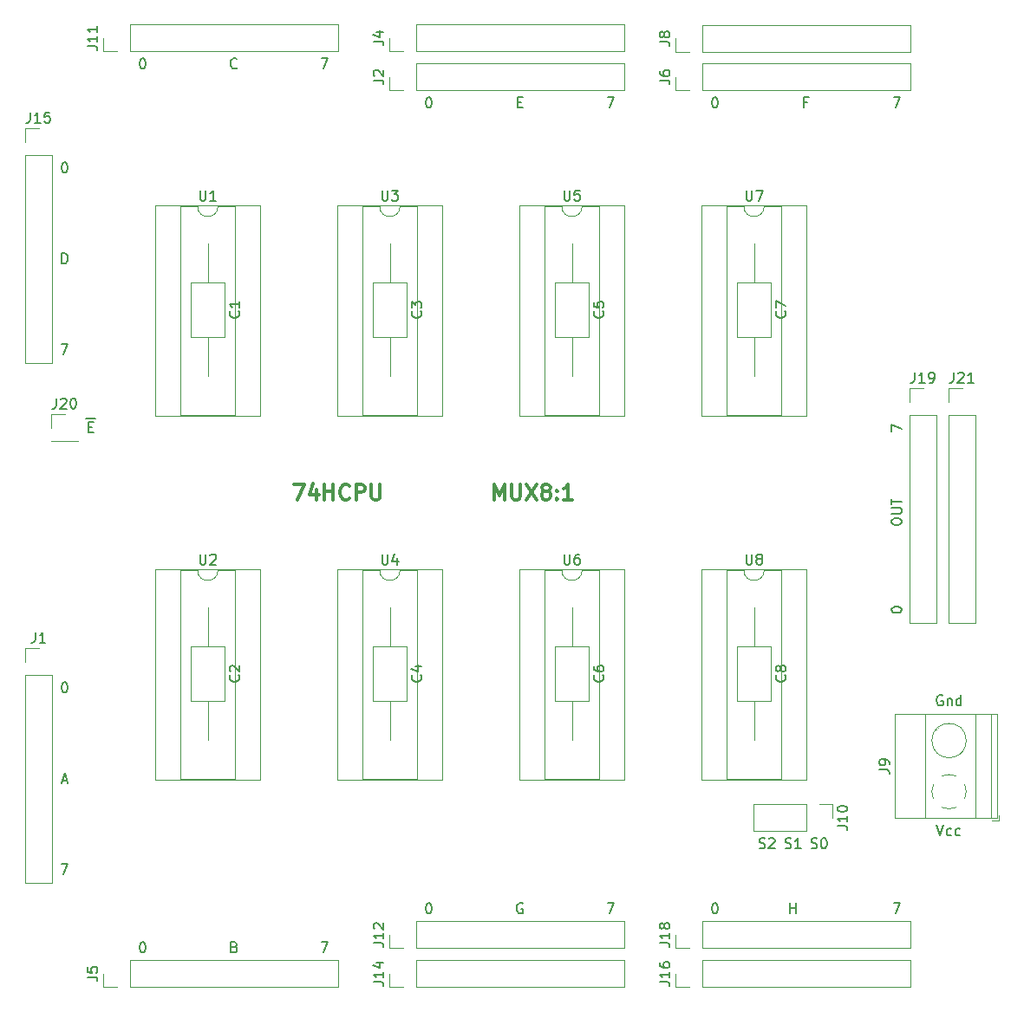
<source format=gbr>
%TF.GenerationSoftware,KiCad,Pcbnew,(5.1.8)-1*%
%TF.CreationDate,2022-12-02T00:18:40+03:00*%
%TF.ProjectId,MUX8x1-v4,4d555838-7831-42d7-9634-2e6b69636164,rev?*%
%TF.SameCoordinates,Original*%
%TF.FileFunction,Legend,Top*%
%TF.FilePolarity,Positive*%
%FSLAX46Y46*%
G04 Gerber Fmt 4.6, Leading zero omitted, Abs format (unit mm)*
G04 Created by KiCad (PCBNEW (5.1.8)-1) date 2022-12-02 00:18:40*
%MOMM*%
%LPD*%
G01*
G04 APERTURE LIST*
%ADD10C,0.150000*%
%ADD11C,0.300000*%
%ADD12C,0.120000*%
G04 APERTURE END LIST*
D10*
X32567619Y-72745000D02*
X33472380Y-72745000D01*
X32805714Y-73588571D02*
X33139047Y-73588571D01*
X33281904Y-74112380D02*
X32805714Y-74112380D01*
X32805714Y-73112380D01*
X33281904Y-73112380D01*
X103012857Y-41838571D02*
X102679523Y-41838571D01*
X102679523Y-42362380D02*
X102679523Y-41362380D01*
X103155714Y-41362380D01*
X74715714Y-41838571D02*
X75049047Y-41838571D01*
X75191904Y-42362380D02*
X74715714Y-42362380D01*
X74715714Y-41362380D01*
X75191904Y-41362380D01*
X47299523Y-38457142D02*
X47251904Y-38504761D01*
X47109047Y-38552380D01*
X47013809Y-38552380D01*
X46870952Y-38504761D01*
X46775714Y-38409523D01*
X46728095Y-38314285D01*
X46680476Y-38123809D01*
X46680476Y-37980952D01*
X46728095Y-37790476D01*
X46775714Y-37695238D01*
X46870952Y-37600000D01*
X47013809Y-37552380D01*
X47109047Y-37552380D01*
X47251904Y-37600000D01*
X47299523Y-37647619D01*
D11*
X72414285Y-80688571D02*
X72414285Y-79188571D01*
X72914285Y-80260000D01*
X73414285Y-79188571D01*
X73414285Y-80688571D01*
X74128571Y-79188571D02*
X74128571Y-80402857D01*
X74200000Y-80545714D01*
X74271428Y-80617142D01*
X74414285Y-80688571D01*
X74700000Y-80688571D01*
X74842857Y-80617142D01*
X74914285Y-80545714D01*
X74985714Y-80402857D01*
X74985714Y-79188571D01*
X75557142Y-79188571D02*
X76557142Y-80688571D01*
X76557142Y-79188571D02*
X75557142Y-80688571D01*
X77342857Y-79831428D02*
X77200000Y-79760000D01*
X77128571Y-79688571D01*
X77057142Y-79545714D01*
X77057142Y-79474285D01*
X77128571Y-79331428D01*
X77200000Y-79260000D01*
X77342857Y-79188571D01*
X77628571Y-79188571D01*
X77771428Y-79260000D01*
X77842857Y-79331428D01*
X77914285Y-79474285D01*
X77914285Y-79545714D01*
X77842857Y-79688571D01*
X77771428Y-79760000D01*
X77628571Y-79831428D01*
X77342857Y-79831428D01*
X77200000Y-79902857D01*
X77128571Y-79974285D01*
X77057142Y-80117142D01*
X77057142Y-80402857D01*
X77128571Y-80545714D01*
X77200000Y-80617142D01*
X77342857Y-80688571D01*
X77628571Y-80688571D01*
X77771428Y-80617142D01*
X77842857Y-80545714D01*
X77914285Y-80402857D01*
X77914285Y-80117142D01*
X77842857Y-79974285D01*
X77771428Y-79902857D01*
X77628571Y-79831428D01*
X78557142Y-80545714D02*
X78628571Y-80617142D01*
X78557142Y-80688571D01*
X78485714Y-80617142D01*
X78557142Y-80545714D01*
X78557142Y-80688571D01*
X78557142Y-79760000D02*
X78628571Y-79831428D01*
X78557142Y-79902857D01*
X78485714Y-79831428D01*
X78557142Y-79760000D01*
X78557142Y-79902857D01*
X80057142Y-80688571D02*
X79200000Y-80688571D01*
X79628571Y-80688571D02*
X79628571Y-79188571D01*
X79485714Y-79402857D01*
X79342857Y-79545714D01*
X79200000Y-79617142D01*
X52864285Y-79188571D02*
X53864285Y-79188571D01*
X53221428Y-80688571D01*
X55078571Y-79688571D02*
X55078571Y-80688571D01*
X54721428Y-79117142D02*
X54364285Y-80188571D01*
X55292857Y-80188571D01*
X55864285Y-80688571D02*
X55864285Y-79188571D01*
X55864285Y-79902857D02*
X56721428Y-79902857D01*
X56721428Y-80688571D02*
X56721428Y-79188571D01*
X58292857Y-80545714D02*
X58221428Y-80617142D01*
X58007142Y-80688571D01*
X57864285Y-80688571D01*
X57650000Y-80617142D01*
X57507142Y-80474285D01*
X57435714Y-80331428D01*
X57364285Y-80045714D01*
X57364285Y-79831428D01*
X57435714Y-79545714D01*
X57507142Y-79402857D01*
X57650000Y-79260000D01*
X57864285Y-79188571D01*
X58007142Y-79188571D01*
X58221428Y-79260000D01*
X58292857Y-79331428D01*
X58935714Y-80688571D02*
X58935714Y-79188571D01*
X59507142Y-79188571D01*
X59650000Y-79260000D01*
X59721428Y-79331428D01*
X59792857Y-79474285D01*
X59792857Y-79688571D01*
X59721428Y-79831428D01*
X59650000Y-79902857D01*
X59507142Y-79974285D01*
X58935714Y-79974285D01*
X60435714Y-79188571D02*
X60435714Y-80402857D01*
X60507142Y-80545714D01*
X60578571Y-80617142D01*
X60721428Y-80688571D01*
X61007142Y-80688571D01*
X61150000Y-80617142D01*
X61221428Y-80545714D01*
X61292857Y-80402857D01*
X61292857Y-79188571D01*
D10*
X30218095Y-57602380D02*
X30218095Y-56602380D01*
X30456190Y-56602380D01*
X30599047Y-56650000D01*
X30694285Y-56745238D01*
X30741904Y-56840476D01*
X30789523Y-57030952D01*
X30789523Y-57173809D01*
X30741904Y-57364285D01*
X30694285Y-57459523D01*
X30599047Y-57554761D01*
X30456190Y-57602380D01*
X30218095Y-57602380D01*
X30241904Y-108116666D02*
X30718095Y-108116666D01*
X30146666Y-108402380D02*
X30480000Y-107402380D01*
X30813333Y-108402380D01*
X75191904Y-120150000D02*
X75096666Y-120102380D01*
X74953809Y-120102380D01*
X74810952Y-120150000D01*
X74715714Y-120245238D01*
X74668095Y-120340476D01*
X74620476Y-120530952D01*
X74620476Y-120673809D01*
X74668095Y-120864285D01*
X74715714Y-120959523D01*
X74810952Y-121054761D01*
X74953809Y-121102380D01*
X75049047Y-121102380D01*
X75191904Y-121054761D01*
X75239523Y-121007142D01*
X75239523Y-120673809D01*
X75049047Y-120673809D01*
X47061428Y-124388571D02*
X47204285Y-124436190D01*
X47251904Y-124483809D01*
X47299523Y-124579047D01*
X47299523Y-124721904D01*
X47251904Y-124817142D01*
X47204285Y-124864761D01*
X47109047Y-124912380D01*
X46728095Y-124912380D01*
X46728095Y-123912380D01*
X47061428Y-123912380D01*
X47156666Y-123960000D01*
X47204285Y-124007619D01*
X47251904Y-124102857D01*
X47251904Y-124198095D01*
X47204285Y-124293333D01*
X47156666Y-124340952D01*
X47061428Y-124388571D01*
X46728095Y-124388571D01*
X30146666Y-116292380D02*
X30813333Y-116292380D01*
X30384761Y-117292380D01*
X30432380Y-98512380D02*
X30527619Y-98512380D01*
X30622857Y-98560000D01*
X30670476Y-98607619D01*
X30718095Y-98702857D01*
X30765714Y-98893333D01*
X30765714Y-99131428D01*
X30718095Y-99321904D01*
X30670476Y-99417142D01*
X30622857Y-99464761D01*
X30527619Y-99512380D01*
X30432380Y-99512380D01*
X30337142Y-99464761D01*
X30289523Y-99417142D01*
X30241904Y-99321904D01*
X30194285Y-99131428D01*
X30194285Y-98893333D01*
X30241904Y-98702857D01*
X30289523Y-98607619D01*
X30337142Y-98560000D01*
X30432380Y-98512380D01*
X30432380Y-47712380D02*
X30527619Y-47712380D01*
X30622857Y-47760000D01*
X30670476Y-47807619D01*
X30718095Y-47902857D01*
X30765714Y-48093333D01*
X30765714Y-48331428D01*
X30718095Y-48521904D01*
X30670476Y-48617142D01*
X30622857Y-48664761D01*
X30527619Y-48712380D01*
X30432380Y-48712380D01*
X30337142Y-48664761D01*
X30289523Y-48617142D01*
X30241904Y-48521904D01*
X30194285Y-48331428D01*
X30194285Y-48093333D01*
X30241904Y-47902857D01*
X30289523Y-47807619D01*
X30337142Y-47760000D01*
X30432380Y-47712380D01*
X30146666Y-65492380D02*
X30813333Y-65492380D01*
X30384761Y-66492380D01*
X38052380Y-37552380D02*
X38147619Y-37552380D01*
X38242857Y-37600000D01*
X38290476Y-37647619D01*
X38338095Y-37742857D01*
X38385714Y-37933333D01*
X38385714Y-38171428D01*
X38338095Y-38361904D01*
X38290476Y-38457142D01*
X38242857Y-38504761D01*
X38147619Y-38552380D01*
X38052380Y-38552380D01*
X37957142Y-38504761D01*
X37909523Y-38457142D01*
X37861904Y-38361904D01*
X37814285Y-38171428D01*
X37814285Y-37933333D01*
X37861904Y-37742857D01*
X37909523Y-37647619D01*
X37957142Y-37600000D01*
X38052380Y-37552380D01*
X55546666Y-37552380D02*
X56213333Y-37552380D01*
X55784761Y-38552380D01*
X65992380Y-41362380D02*
X66087619Y-41362380D01*
X66182857Y-41410000D01*
X66230476Y-41457619D01*
X66278095Y-41552857D01*
X66325714Y-41743333D01*
X66325714Y-41981428D01*
X66278095Y-42171904D01*
X66230476Y-42267142D01*
X66182857Y-42314761D01*
X66087619Y-42362380D01*
X65992380Y-42362380D01*
X65897142Y-42314761D01*
X65849523Y-42267142D01*
X65801904Y-42171904D01*
X65754285Y-41981428D01*
X65754285Y-41743333D01*
X65801904Y-41552857D01*
X65849523Y-41457619D01*
X65897142Y-41410000D01*
X65992380Y-41362380D01*
X83486666Y-41362380D02*
X84153333Y-41362380D01*
X83724761Y-42362380D01*
X93932380Y-41362380D02*
X94027619Y-41362380D01*
X94122857Y-41410000D01*
X94170476Y-41457619D01*
X94218095Y-41552857D01*
X94265714Y-41743333D01*
X94265714Y-41981428D01*
X94218095Y-42171904D01*
X94170476Y-42267142D01*
X94122857Y-42314761D01*
X94027619Y-42362380D01*
X93932380Y-42362380D01*
X93837142Y-42314761D01*
X93789523Y-42267142D01*
X93741904Y-42171904D01*
X93694285Y-41981428D01*
X93694285Y-41743333D01*
X93741904Y-41552857D01*
X93789523Y-41457619D01*
X93837142Y-41410000D01*
X93932380Y-41362380D01*
X111426666Y-41362380D02*
X112093333Y-41362380D01*
X111664761Y-42362380D01*
X38052380Y-123912380D02*
X38147619Y-123912380D01*
X38242857Y-123960000D01*
X38290476Y-124007619D01*
X38338095Y-124102857D01*
X38385714Y-124293333D01*
X38385714Y-124531428D01*
X38338095Y-124721904D01*
X38290476Y-124817142D01*
X38242857Y-124864761D01*
X38147619Y-124912380D01*
X38052380Y-124912380D01*
X37957142Y-124864761D01*
X37909523Y-124817142D01*
X37861904Y-124721904D01*
X37814285Y-124531428D01*
X37814285Y-124293333D01*
X37861904Y-124102857D01*
X37909523Y-124007619D01*
X37957142Y-123960000D01*
X38052380Y-123912380D01*
X55546666Y-123912380D02*
X56213333Y-123912380D01*
X55784761Y-124912380D01*
X65992380Y-120102380D02*
X66087619Y-120102380D01*
X66182857Y-120150000D01*
X66230476Y-120197619D01*
X66278095Y-120292857D01*
X66325714Y-120483333D01*
X66325714Y-120721428D01*
X66278095Y-120911904D01*
X66230476Y-121007142D01*
X66182857Y-121054761D01*
X66087619Y-121102380D01*
X65992380Y-121102380D01*
X65897142Y-121054761D01*
X65849523Y-121007142D01*
X65801904Y-120911904D01*
X65754285Y-120721428D01*
X65754285Y-120483333D01*
X65801904Y-120292857D01*
X65849523Y-120197619D01*
X65897142Y-120150000D01*
X65992380Y-120102380D01*
X83486666Y-120102380D02*
X84153333Y-120102380D01*
X83724761Y-121102380D01*
X111426666Y-120102380D02*
X112093333Y-120102380D01*
X111664761Y-121102380D01*
X93932380Y-120102380D02*
X94027619Y-120102380D01*
X94122857Y-120150000D01*
X94170476Y-120197619D01*
X94218095Y-120292857D01*
X94265714Y-120483333D01*
X94265714Y-120721428D01*
X94218095Y-120911904D01*
X94170476Y-121007142D01*
X94122857Y-121054761D01*
X94027619Y-121102380D01*
X93932380Y-121102380D01*
X93837142Y-121054761D01*
X93789523Y-121007142D01*
X93741904Y-120911904D01*
X93694285Y-120721428D01*
X93694285Y-120483333D01*
X93741904Y-120292857D01*
X93789523Y-120197619D01*
X93837142Y-120150000D01*
X93932380Y-120102380D01*
X101314285Y-121102380D02*
X101314285Y-120102380D01*
X101314285Y-120578571D02*
X101885714Y-120578571D01*
X101885714Y-121102380D02*
X101885714Y-120102380D01*
X98298095Y-114704761D02*
X98440952Y-114752380D01*
X98679047Y-114752380D01*
X98774285Y-114704761D01*
X98821904Y-114657142D01*
X98869523Y-114561904D01*
X98869523Y-114466666D01*
X98821904Y-114371428D01*
X98774285Y-114323809D01*
X98679047Y-114276190D01*
X98488571Y-114228571D01*
X98393333Y-114180952D01*
X98345714Y-114133333D01*
X98298095Y-114038095D01*
X98298095Y-113942857D01*
X98345714Y-113847619D01*
X98393333Y-113800000D01*
X98488571Y-113752380D01*
X98726666Y-113752380D01*
X98869523Y-113800000D01*
X99250476Y-113847619D02*
X99298095Y-113800000D01*
X99393333Y-113752380D01*
X99631428Y-113752380D01*
X99726666Y-113800000D01*
X99774285Y-113847619D01*
X99821904Y-113942857D01*
X99821904Y-114038095D01*
X99774285Y-114180952D01*
X99202857Y-114752380D01*
X99821904Y-114752380D01*
X100838095Y-114704761D02*
X100980952Y-114752380D01*
X101219047Y-114752380D01*
X101314285Y-114704761D01*
X101361904Y-114657142D01*
X101409523Y-114561904D01*
X101409523Y-114466666D01*
X101361904Y-114371428D01*
X101314285Y-114323809D01*
X101219047Y-114276190D01*
X101028571Y-114228571D01*
X100933333Y-114180952D01*
X100885714Y-114133333D01*
X100838095Y-114038095D01*
X100838095Y-113942857D01*
X100885714Y-113847619D01*
X100933333Y-113800000D01*
X101028571Y-113752380D01*
X101266666Y-113752380D01*
X101409523Y-113800000D01*
X102361904Y-114752380D02*
X101790476Y-114752380D01*
X102076190Y-114752380D02*
X102076190Y-113752380D01*
X101980952Y-113895238D01*
X101885714Y-113990476D01*
X101790476Y-114038095D01*
X103378095Y-114704761D02*
X103520952Y-114752380D01*
X103759047Y-114752380D01*
X103854285Y-114704761D01*
X103901904Y-114657142D01*
X103949523Y-114561904D01*
X103949523Y-114466666D01*
X103901904Y-114371428D01*
X103854285Y-114323809D01*
X103759047Y-114276190D01*
X103568571Y-114228571D01*
X103473333Y-114180952D01*
X103425714Y-114133333D01*
X103378095Y-114038095D01*
X103378095Y-113942857D01*
X103425714Y-113847619D01*
X103473333Y-113800000D01*
X103568571Y-113752380D01*
X103806666Y-113752380D01*
X103949523Y-113800000D01*
X104568571Y-113752380D02*
X104663809Y-113752380D01*
X104759047Y-113800000D01*
X104806666Y-113847619D01*
X104854285Y-113942857D01*
X104901904Y-114133333D01*
X104901904Y-114371428D01*
X104854285Y-114561904D01*
X104806666Y-114657142D01*
X104759047Y-114704761D01*
X104663809Y-114752380D01*
X104568571Y-114752380D01*
X104473333Y-114704761D01*
X104425714Y-114657142D01*
X104378095Y-114561904D01*
X104330476Y-114371428D01*
X104330476Y-114133333D01*
X104378095Y-113942857D01*
X104425714Y-113847619D01*
X104473333Y-113800000D01*
X104568571Y-113752380D01*
X115649523Y-112482380D02*
X115982857Y-113482380D01*
X116316190Y-112482380D01*
X117078095Y-113434761D02*
X116982857Y-113482380D01*
X116792380Y-113482380D01*
X116697142Y-113434761D01*
X116649523Y-113387142D01*
X116601904Y-113291904D01*
X116601904Y-113006190D01*
X116649523Y-112910952D01*
X116697142Y-112863333D01*
X116792380Y-112815714D01*
X116982857Y-112815714D01*
X117078095Y-112863333D01*
X117935238Y-113434761D02*
X117840000Y-113482380D01*
X117649523Y-113482380D01*
X117554285Y-113434761D01*
X117506666Y-113387142D01*
X117459047Y-113291904D01*
X117459047Y-113006190D01*
X117506666Y-112910952D01*
X117554285Y-112863333D01*
X117649523Y-112815714D01*
X117840000Y-112815714D01*
X117935238Y-112863333D01*
X116197142Y-99830000D02*
X116101904Y-99782380D01*
X115959047Y-99782380D01*
X115816190Y-99830000D01*
X115720952Y-99925238D01*
X115673333Y-100020476D01*
X115625714Y-100210952D01*
X115625714Y-100353809D01*
X115673333Y-100544285D01*
X115720952Y-100639523D01*
X115816190Y-100734761D01*
X115959047Y-100782380D01*
X116054285Y-100782380D01*
X116197142Y-100734761D01*
X116244761Y-100687142D01*
X116244761Y-100353809D01*
X116054285Y-100353809D01*
X116673333Y-100115714D02*
X116673333Y-100782380D01*
X116673333Y-100210952D02*
X116720952Y-100163333D01*
X116816190Y-100115714D01*
X116959047Y-100115714D01*
X117054285Y-100163333D01*
X117101904Y-100258571D01*
X117101904Y-100782380D01*
X118006666Y-100782380D02*
X118006666Y-99782380D01*
X118006666Y-100734761D02*
X117911428Y-100782380D01*
X117720952Y-100782380D01*
X117625714Y-100734761D01*
X117578095Y-100687142D01*
X117530476Y-100591904D01*
X117530476Y-100306190D01*
X117578095Y-100210952D01*
X117625714Y-100163333D01*
X117720952Y-100115714D01*
X117911428Y-100115714D01*
X118006666Y-100163333D01*
X111212380Y-73993333D02*
X111212380Y-73326666D01*
X112212380Y-73755238D01*
X111212380Y-91487619D02*
X111212380Y-91392380D01*
X111260000Y-91297142D01*
X111307619Y-91249523D01*
X111402857Y-91201904D01*
X111593333Y-91154285D01*
X111831428Y-91154285D01*
X112021904Y-91201904D01*
X112117142Y-91249523D01*
X112164761Y-91297142D01*
X112212380Y-91392380D01*
X112212380Y-91487619D01*
X112164761Y-91582857D01*
X112117142Y-91630476D01*
X112021904Y-91678095D01*
X111831428Y-91725714D01*
X111593333Y-91725714D01*
X111402857Y-91678095D01*
X111307619Y-91630476D01*
X111260000Y-91582857D01*
X111212380Y-91487619D01*
X111212380Y-82915000D02*
X111212380Y-82724523D01*
X111260000Y-82629285D01*
X111355238Y-82534047D01*
X111545714Y-82486428D01*
X111879047Y-82486428D01*
X112069523Y-82534047D01*
X112164761Y-82629285D01*
X112212380Y-82724523D01*
X112212380Y-82915000D01*
X112164761Y-83010238D01*
X112069523Y-83105476D01*
X111879047Y-83153095D01*
X111545714Y-83153095D01*
X111355238Y-83105476D01*
X111260000Y-83010238D01*
X111212380Y-82915000D01*
X111212380Y-82057857D02*
X112021904Y-82057857D01*
X112117142Y-82010238D01*
X112164761Y-81962619D01*
X112212380Y-81867380D01*
X112212380Y-81676904D01*
X112164761Y-81581666D01*
X112117142Y-81534047D01*
X112021904Y-81486428D01*
X111212380Y-81486428D01*
X111212380Y-81153095D02*
X111212380Y-80581666D01*
X112212380Y-80867380D02*
X111212380Y-80867380D01*
D12*
%TO.C,J21*%
X116780000Y-69790000D02*
X118110000Y-69790000D01*
X116780000Y-71120000D02*
X116780000Y-69790000D01*
X116780000Y-72390000D02*
X119440000Y-72390000D01*
X119440000Y-72390000D02*
X119440000Y-92770000D01*
X116780000Y-72390000D02*
X116780000Y-92770000D01*
X116780000Y-92770000D02*
X119440000Y-92770000D01*
%TO.C,J19*%
X112970000Y-69790000D02*
X114300000Y-69790000D01*
X112970000Y-71120000D02*
X112970000Y-69790000D01*
X112970000Y-72390000D02*
X115630000Y-72390000D01*
X115630000Y-72390000D02*
X115630000Y-92770000D01*
X112970000Y-72390000D02*
X112970000Y-92770000D01*
X112970000Y-92770000D02*
X115630000Y-92770000D01*
%TO.C,J18*%
X90110000Y-124520000D02*
X90110000Y-123190000D01*
X91440000Y-124520000D02*
X90110000Y-124520000D01*
X92710000Y-124520000D02*
X92710000Y-121860000D01*
X92710000Y-121860000D02*
X113090000Y-121860000D01*
X92710000Y-124520000D02*
X113090000Y-124520000D01*
X113090000Y-124520000D02*
X113090000Y-121860000D01*
%TO.C,J16*%
X90110000Y-128330000D02*
X90110000Y-127000000D01*
X91440000Y-128330000D02*
X90110000Y-128330000D01*
X92710000Y-128330000D02*
X92710000Y-125670000D01*
X92710000Y-125670000D02*
X113090000Y-125670000D01*
X92710000Y-128330000D02*
X113090000Y-128330000D01*
X113090000Y-128330000D02*
X113090000Y-125670000D01*
%TO.C,J15*%
X26610000Y-44390000D02*
X27940000Y-44390000D01*
X26610000Y-45720000D02*
X26610000Y-44390000D01*
X26610000Y-46990000D02*
X29270000Y-46990000D01*
X29270000Y-46990000D02*
X29270000Y-67370000D01*
X26610000Y-46990000D02*
X26610000Y-67370000D01*
X26610000Y-67370000D02*
X29270000Y-67370000D01*
%TO.C,J14*%
X62170000Y-128330000D02*
X62170000Y-127000000D01*
X63500000Y-128330000D02*
X62170000Y-128330000D01*
X64770000Y-128330000D02*
X64770000Y-125670000D01*
X64770000Y-125670000D02*
X85150000Y-125670000D01*
X64770000Y-128330000D02*
X85150000Y-128330000D01*
X85150000Y-128330000D02*
X85150000Y-125670000D01*
%TO.C,J12*%
X62170000Y-124520000D02*
X62170000Y-123190000D01*
X63500000Y-124520000D02*
X62170000Y-124520000D01*
X64770000Y-124520000D02*
X64770000Y-121860000D01*
X64770000Y-121860000D02*
X85150000Y-121860000D01*
X64770000Y-124520000D02*
X85150000Y-124520000D01*
X85150000Y-124520000D02*
X85150000Y-121860000D01*
%TO.C,J11*%
X34230000Y-36890000D02*
X34230000Y-35560000D01*
X35560000Y-36890000D02*
X34230000Y-36890000D01*
X36830000Y-36890000D02*
X36830000Y-34230000D01*
X36830000Y-34230000D02*
X57210000Y-34230000D01*
X36830000Y-36890000D02*
X57210000Y-36890000D01*
X57210000Y-36890000D02*
X57210000Y-34230000D01*
%TO.C,J8*%
X90110000Y-36930000D02*
X90110000Y-35600000D01*
X91440000Y-36930000D02*
X90110000Y-36930000D01*
X92710000Y-36930000D02*
X92710000Y-34270000D01*
X92710000Y-34270000D02*
X113090000Y-34270000D01*
X92710000Y-36930000D02*
X113090000Y-36930000D01*
X113090000Y-36930000D02*
X113090000Y-34270000D01*
%TO.C,J6*%
X90110000Y-40700000D02*
X90110000Y-39370000D01*
X91440000Y-40700000D02*
X90110000Y-40700000D01*
X92710000Y-40700000D02*
X92710000Y-38040000D01*
X92710000Y-38040000D02*
X113090000Y-38040000D01*
X92710000Y-40700000D02*
X113090000Y-40700000D01*
X113090000Y-40700000D02*
X113090000Y-38040000D01*
%TO.C,J5*%
X34230000Y-128330000D02*
X34230000Y-127000000D01*
X35560000Y-128330000D02*
X34230000Y-128330000D01*
X36830000Y-128330000D02*
X36830000Y-125670000D01*
X36830000Y-125670000D02*
X57210000Y-125670000D01*
X36830000Y-128330000D02*
X57210000Y-128330000D01*
X57210000Y-128330000D02*
X57210000Y-125670000D01*
%TO.C,J4*%
X62170000Y-36890000D02*
X62170000Y-35560000D01*
X63500000Y-36890000D02*
X62170000Y-36890000D01*
X64770000Y-36890000D02*
X64770000Y-34230000D01*
X64770000Y-34230000D02*
X85150000Y-34230000D01*
X64770000Y-36890000D02*
X85150000Y-36890000D01*
X85150000Y-36890000D02*
X85150000Y-34230000D01*
%TO.C,J2*%
X62170000Y-40700000D02*
X62170000Y-39370000D01*
X63500000Y-40700000D02*
X62170000Y-40700000D01*
X64770000Y-40700000D02*
X64770000Y-38040000D01*
X64770000Y-38040000D02*
X85150000Y-38040000D01*
X64770000Y-40700000D02*
X85150000Y-40700000D01*
X85150000Y-40700000D02*
X85150000Y-38040000D01*
%TO.C,J1*%
X26610000Y-95190000D02*
X27940000Y-95190000D01*
X26610000Y-96520000D02*
X26610000Y-95190000D01*
X26610000Y-97790000D02*
X29270000Y-97790000D01*
X29270000Y-97790000D02*
X29270000Y-118170000D01*
X26610000Y-97790000D02*
X26610000Y-118170000D01*
X26610000Y-118170000D02*
X29270000Y-118170000D01*
%TO.C,C8*%
X97790000Y-104130000D02*
X97790000Y-100340000D01*
X97790000Y-91210000D02*
X97790000Y-95000000D01*
X99460000Y-100340000D02*
X99460000Y-95000000D01*
X96120000Y-100340000D02*
X99460000Y-100340000D01*
X96120000Y-95000000D02*
X96120000Y-100340000D01*
X99460000Y-95000000D02*
X96120000Y-95000000D01*
%TO.C,C7*%
X97790000Y-68570000D02*
X97790000Y-64780000D01*
X97790000Y-55650000D02*
X97790000Y-59440000D01*
X99460000Y-64780000D02*
X99460000Y-59440000D01*
X96120000Y-64780000D02*
X99460000Y-64780000D01*
X96120000Y-59440000D02*
X96120000Y-64780000D01*
X99460000Y-59440000D02*
X96120000Y-59440000D01*
%TO.C,C6*%
X80010000Y-104130000D02*
X80010000Y-100340000D01*
X80010000Y-91210000D02*
X80010000Y-95000000D01*
X81680000Y-100340000D02*
X81680000Y-95000000D01*
X78340000Y-100340000D02*
X81680000Y-100340000D01*
X78340000Y-95000000D02*
X78340000Y-100340000D01*
X81680000Y-95000000D02*
X78340000Y-95000000D01*
%TO.C,C5*%
X80010000Y-68570000D02*
X80010000Y-64780000D01*
X80010000Y-55650000D02*
X80010000Y-59440000D01*
X81680000Y-64780000D02*
X81680000Y-59440000D01*
X78340000Y-64780000D02*
X81680000Y-64780000D01*
X78340000Y-59440000D02*
X78340000Y-64780000D01*
X81680000Y-59440000D02*
X78340000Y-59440000D01*
%TO.C,C4*%
X62230000Y-104130000D02*
X62230000Y-100340000D01*
X62230000Y-91210000D02*
X62230000Y-95000000D01*
X63900000Y-100340000D02*
X63900000Y-95000000D01*
X60560000Y-100340000D02*
X63900000Y-100340000D01*
X60560000Y-95000000D02*
X60560000Y-100340000D01*
X63900000Y-95000000D02*
X60560000Y-95000000D01*
%TO.C,C3*%
X62230000Y-68570000D02*
X62230000Y-64780000D01*
X62230000Y-55650000D02*
X62230000Y-59440000D01*
X63900000Y-64780000D02*
X63900000Y-59440000D01*
X60560000Y-64780000D02*
X63900000Y-64780000D01*
X60560000Y-59440000D02*
X60560000Y-64780000D01*
X63900000Y-59440000D02*
X60560000Y-59440000D01*
%TO.C,C2*%
X44450000Y-104130000D02*
X44450000Y-100340000D01*
X44450000Y-91210000D02*
X44450000Y-95000000D01*
X46120000Y-100340000D02*
X46120000Y-95000000D01*
X42780000Y-100340000D02*
X46120000Y-100340000D01*
X42780000Y-95000000D02*
X42780000Y-100340000D01*
X46120000Y-95000000D02*
X42780000Y-95000000D01*
%TO.C,C1*%
X44450000Y-68570000D02*
X44450000Y-64780000D01*
X44450000Y-55650000D02*
X44450000Y-59440000D01*
X46120000Y-64780000D02*
X46120000Y-59440000D01*
X42780000Y-64780000D02*
X46120000Y-64780000D01*
X42780000Y-59440000D02*
X42780000Y-64780000D01*
X46120000Y-59440000D02*
X42780000Y-59440000D01*
%TO.C,U8*%
X102930000Y-87510000D02*
X92650000Y-87510000D01*
X102930000Y-108070000D02*
X102930000Y-87510000D01*
X92650000Y-108070000D02*
X102930000Y-108070000D01*
X92650000Y-87510000D02*
X92650000Y-108070000D01*
X100440000Y-87570000D02*
X98790000Y-87570000D01*
X100440000Y-108010000D02*
X100440000Y-87570000D01*
X95140000Y-108010000D02*
X100440000Y-108010000D01*
X95140000Y-87570000D02*
X95140000Y-108010000D01*
X96790000Y-87570000D02*
X95140000Y-87570000D01*
X98790000Y-87570000D02*
G75*
G02*
X96790000Y-87570000I-1000000J0D01*
G01*
%TO.C,U7*%
X102930000Y-51950000D02*
X92650000Y-51950000D01*
X102930000Y-72510000D02*
X102930000Y-51950000D01*
X92650000Y-72510000D02*
X102930000Y-72510000D01*
X92650000Y-51950000D02*
X92650000Y-72510000D01*
X100440000Y-52010000D02*
X98790000Y-52010000D01*
X100440000Y-72450000D02*
X100440000Y-52010000D01*
X95140000Y-72450000D02*
X100440000Y-72450000D01*
X95140000Y-52010000D02*
X95140000Y-72450000D01*
X96790000Y-52010000D02*
X95140000Y-52010000D01*
X98790000Y-52010000D02*
G75*
G02*
X96790000Y-52010000I-1000000J0D01*
G01*
%TO.C,U6*%
X85150000Y-87510000D02*
X74870000Y-87510000D01*
X85150000Y-108070000D02*
X85150000Y-87510000D01*
X74870000Y-108070000D02*
X85150000Y-108070000D01*
X74870000Y-87510000D02*
X74870000Y-108070000D01*
X82660000Y-87570000D02*
X81010000Y-87570000D01*
X82660000Y-108010000D02*
X82660000Y-87570000D01*
X77360000Y-108010000D02*
X82660000Y-108010000D01*
X77360000Y-87570000D02*
X77360000Y-108010000D01*
X79010000Y-87570000D02*
X77360000Y-87570000D01*
X81010000Y-87570000D02*
G75*
G02*
X79010000Y-87570000I-1000000J0D01*
G01*
%TO.C,U5*%
X85150000Y-51950000D02*
X74870000Y-51950000D01*
X85150000Y-72510000D02*
X85150000Y-51950000D01*
X74870000Y-72510000D02*
X85150000Y-72510000D01*
X74870000Y-51950000D02*
X74870000Y-72510000D01*
X82660000Y-52010000D02*
X81010000Y-52010000D01*
X82660000Y-72450000D02*
X82660000Y-52010000D01*
X77360000Y-72450000D02*
X82660000Y-72450000D01*
X77360000Y-52010000D02*
X77360000Y-72450000D01*
X79010000Y-52010000D02*
X77360000Y-52010000D01*
X81010000Y-52010000D02*
G75*
G02*
X79010000Y-52010000I-1000000J0D01*
G01*
%TO.C,U4*%
X67370000Y-87510000D02*
X57090000Y-87510000D01*
X67370000Y-108070000D02*
X67370000Y-87510000D01*
X57090000Y-108070000D02*
X67370000Y-108070000D01*
X57090000Y-87510000D02*
X57090000Y-108070000D01*
X64880000Y-87570000D02*
X63230000Y-87570000D01*
X64880000Y-108010000D02*
X64880000Y-87570000D01*
X59580000Y-108010000D02*
X64880000Y-108010000D01*
X59580000Y-87570000D02*
X59580000Y-108010000D01*
X61230000Y-87570000D02*
X59580000Y-87570000D01*
X63230000Y-87570000D02*
G75*
G02*
X61230000Y-87570000I-1000000J0D01*
G01*
%TO.C,U3*%
X67370000Y-51950000D02*
X57090000Y-51950000D01*
X67370000Y-72510000D02*
X67370000Y-51950000D01*
X57090000Y-72510000D02*
X67370000Y-72510000D01*
X57090000Y-51950000D02*
X57090000Y-72510000D01*
X64880000Y-52010000D02*
X63230000Y-52010000D01*
X64880000Y-72450000D02*
X64880000Y-52010000D01*
X59580000Y-72450000D02*
X64880000Y-72450000D01*
X59580000Y-52010000D02*
X59580000Y-72450000D01*
X61230000Y-52010000D02*
X59580000Y-52010000D01*
X63230000Y-52010000D02*
G75*
G02*
X61230000Y-52010000I-1000000J0D01*
G01*
%TO.C,U2*%
X49590000Y-87510000D02*
X39310000Y-87510000D01*
X49590000Y-108070000D02*
X49590000Y-87510000D01*
X39310000Y-108070000D02*
X49590000Y-108070000D01*
X39310000Y-87510000D02*
X39310000Y-108070000D01*
X47100000Y-87570000D02*
X45450000Y-87570000D01*
X47100000Y-108010000D02*
X47100000Y-87570000D01*
X41800000Y-108010000D02*
X47100000Y-108010000D01*
X41800000Y-87570000D02*
X41800000Y-108010000D01*
X43450000Y-87570000D02*
X41800000Y-87570000D01*
X45450000Y-87570000D02*
G75*
G02*
X43450000Y-87570000I-1000000J0D01*
G01*
%TO.C,U1*%
X49590000Y-51950000D02*
X39310000Y-51950000D01*
X49590000Y-72510000D02*
X49590000Y-51950000D01*
X39310000Y-72510000D02*
X49590000Y-72510000D01*
X39310000Y-51950000D02*
X39310000Y-72510000D01*
X47100000Y-52010000D02*
X45450000Y-52010000D01*
X47100000Y-72450000D02*
X47100000Y-52010000D01*
X41800000Y-72450000D02*
X47100000Y-72450000D01*
X41800000Y-52010000D02*
X41800000Y-72450000D01*
X43450000Y-52010000D02*
X41800000Y-52010000D01*
X45450000Y-52010000D02*
G75*
G02*
X43450000Y-52010000I-1000000J0D01*
G01*
%TO.C,J20*%
X29150000Y-72330000D02*
X30480000Y-72330000D01*
X29150000Y-73660000D02*
X29150000Y-72330000D01*
X29150000Y-74930000D02*
X31810000Y-74930000D01*
X31810000Y-74930000D02*
X31810000Y-74990000D01*
X29150000Y-74930000D02*
X29150000Y-74990000D01*
X29150000Y-74990000D02*
X31810000Y-74990000D01*
%TO.C,J10*%
X105470000Y-110430000D02*
X105470000Y-111760000D01*
X104140000Y-110430000D02*
X105470000Y-110430000D01*
X102870000Y-110430000D02*
X102870000Y-113090000D01*
X102870000Y-113090000D02*
X97730000Y-113090000D01*
X102870000Y-110430000D02*
X97730000Y-110430000D01*
X97730000Y-110430000D02*
X97730000Y-113090000D01*
%TO.C,J9*%
X121740000Y-112020000D02*
X121740000Y-111520000D01*
X121000000Y-112020000D02*
X121740000Y-112020000D01*
X117863000Y-105447000D02*
X117909000Y-105494000D01*
X115565000Y-103150000D02*
X115601000Y-103185000D01*
X118079000Y-105254000D02*
X118114000Y-105289000D01*
X115771000Y-102945000D02*
X115817000Y-102992000D01*
X111579000Y-101660000D02*
X121500000Y-101660000D01*
X111579000Y-111780000D02*
X121500000Y-111780000D01*
X121500000Y-111780000D02*
X121500000Y-101660000D01*
X111579000Y-111780000D02*
X111579000Y-101660000D01*
X114539000Y-111780000D02*
X114539000Y-101660000D01*
X119440000Y-111780000D02*
X119440000Y-101660000D01*
X120940000Y-111780000D02*
X120940000Y-101660000D01*
X118520000Y-104220000D02*
G75*
G03*
X118520000Y-104220000I-1680000J0D01*
G01*
X118520253Y-109191195D02*
G75*
G02*
X118375000Y-109904000I-1680253J-28805D01*
G01*
X117523042Y-110755426D02*
G75*
G02*
X116156000Y-110755000I-683042J1535426D01*
G01*
X115304574Y-109903042D02*
G75*
G02*
X115305000Y-108536000I1535426J683042D01*
G01*
X116156958Y-107684574D02*
G75*
G02*
X117524000Y-107685000I683042J-1535426D01*
G01*
X118374756Y-108536682D02*
G75*
G02*
X118520000Y-109220000I-1534756J-683318D01*
G01*
%TO.C,J21*%
D10*
X117300476Y-68242380D02*
X117300476Y-68956666D01*
X117252857Y-69099523D01*
X117157619Y-69194761D01*
X117014761Y-69242380D01*
X116919523Y-69242380D01*
X117729047Y-68337619D02*
X117776666Y-68290000D01*
X117871904Y-68242380D01*
X118110000Y-68242380D01*
X118205238Y-68290000D01*
X118252857Y-68337619D01*
X118300476Y-68432857D01*
X118300476Y-68528095D01*
X118252857Y-68670952D01*
X117681428Y-69242380D01*
X118300476Y-69242380D01*
X119252857Y-69242380D02*
X118681428Y-69242380D01*
X118967142Y-69242380D02*
X118967142Y-68242380D01*
X118871904Y-68385238D01*
X118776666Y-68480476D01*
X118681428Y-68528095D01*
%TO.C,J19*%
X113490476Y-68242380D02*
X113490476Y-68956666D01*
X113442857Y-69099523D01*
X113347619Y-69194761D01*
X113204761Y-69242380D01*
X113109523Y-69242380D01*
X114490476Y-69242380D02*
X113919047Y-69242380D01*
X114204761Y-69242380D02*
X114204761Y-68242380D01*
X114109523Y-68385238D01*
X114014285Y-68480476D01*
X113919047Y-68528095D01*
X114966666Y-69242380D02*
X115157142Y-69242380D01*
X115252380Y-69194761D01*
X115300000Y-69147142D01*
X115395238Y-69004285D01*
X115442857Y-68813809D01*
X115442857Y-68432857D01*
X115395238Y-68337619D01*
X115347619Y-68290000D01*
X115252380Y-68242380D01*
X115061904Y-68242380D01*
X114966666Y-68290000D01*
X114919047Y-68337619D01*
X114871428Y-68432857D01*
X114871428Y-68670952D01*
X114919047Y-68766190D01*
X114966666Y-68813809D01*
X115061904Y-68861428D01*
X115252380Y-68861428D01*
X115347619Y-68813809D01*
X115395238Y-68766190D01*
X115442857Y-68670952D01*
%TO.C,J18*%
X88562380Y-123999523D02*
X89276666Y-123999523D01*
X89419523Y-124047142D01*
X89514761Y-124142380D01*
X89562380Y-124285238D01*
X89562380Y-124380476D01*
X89562380Y-122999523D02*
X89562380Y-123570952D01*
X89562380Y-123285238D02*
X88562380Y-123285238D01*
X88705238Y-123380476D01*
X88800476Y-123475714D01*
X88848095Y-123570952D01*
X88990952Y-122428095D02*
X88943333Y-122523333D01*
X88895714Y-122570952D01*
X88800476Y-122618571D01*
X88752857Y-122618571D01*
X88657619Y-122570952D01*
X88610000Y-122523333D01*
X88562380Y-122428095D01*
X88562380Y-122237619D01*
X88610000Y-122142380D01*
X88657619Y-122094761D01*
X88752857Y-122047142D01*
X88800476Y-122047142D01*
X88895714Y-122094761D01*
X88943333Y-122142380D01*
X88990952Y-122237619D01*
X88990952Y-122428095D01*
X89038571Y-122523333D01*
X89086190Y-122570952D01*
X89181428Y-122618571D01*
X89371904Y-122618571D01*
X89467142Y-122570952D01*
X89514761Y-122523333D01*
X89562380Y-122428095D01*
X89562380Y-122237619D01*
X89514761Y-122142380D01*
X89467142Y-122094761D01*
X89371904Y-122047142D01*
X89181428Y-122047142D01*
X89086190Y-122094761D01*
X89038571Y-122142380D01*
X88990952Y-122237619D01*
%TO.C,J16*%
X88562380Y-127809523D02*
X89276666Y-127809523D01*
X89419523Y-127857142D01*
X89514761Y-127952380D01*
X89562380Y-128095238D01*
X89562380Y-128190476D01*
X89562380Y-126809523D02*
X89562380Y-127380952D01*
X89562380Y-127095238D02*
X88562380Y-127095238D01*
X88705238Y-127190476D01*
X88800476Y-127285714D01*
X88848095Y-127380952D01*
X88562380Y-125952380D02*
X88562380Y-126142857D01*
X88610000Y-126238095D01*
X88657619Y-126285714D01*
X88800476Y-126380952D01*
X88990952Y-126428571D01*
X89371904Y-126428571D01*
X89467142Y-126380952D01*
X89514761Y-126333333D01*
X89562380Y-126238095D01*
X89562380Y-126047619D01*
X89514761Y-125952380D01*
X89467142Y-125904761D01*
X89371904Y-125857142D01*
X89133809Y-125857142D01*
X89038571Y-125904761D01*
X88990952Y-125952380D01*
X88943333Y-126047619D01*
X88943333Y-126238095D01*
X88990952Y-126333333D01*
X89038571Y-126380952D01*
X89133809Y-126428571D01*
%TO.C,J15*%
X27130476Y-42842380D02*
X27130476Y-43556666D01*
X27082857Y-43699523D01*
X26987619Y-43794761D01*
X26844761Y-43842380D01*
X26749523Y-43842380D01*
X28130476Y-43842380D02*
X27559047Y-43842380D01*
X27844761Y-43842380D02*
X27844761Y-42842380D01*
X27749523Y-42985238D01*
X27654285Y-43080476D01*
X27559047Y-43128095D01*
X29035238Y-42842380D02*
X28559047Y-42842380D01*
X28511428Y-43318571D01*
X28559047Y-43270952D01*
X28654285Y-43223333D01*
X28892380Y-43223333D01*
X28987619Y-43270952D01*
X29035238Y-43318571D01*
X29082857Y-43413809D01*
X29082857Y-43651904D01*
X29035238Y-43747142D01*
X28987619Y-43794761D01*
X28892380Y-43842380D01*
X28654285Y-43842380D01*
X28559047Y-43794761D01*
X28511428Y-43747142D01*
%TO.C,J14*%
X60622380Y-127809523D02*
X61336666Y-127809523D01*
X61479523Y-127857142D01*
X61574761Y-127952380D01*
X61622380Y-128095238D01*
X61622380Y-128190476D01*
X61622380Y-126809523D02*
X61622380Y-127380952D01*
X61622380Y-127095238D02*
X60622380Y-127095238D01*
X60765238Y-127190476D01*
X60860476Y-127285714D01*
X60908095Y-127380952D01*
X60955714Y-125952380D02*
X61622380Y-125952380D01*
X60574761Y-126190476D02*
X61289047Y-126428571D01*
X61289047Y-125809523D01*
%TO.C,J12*%
X60622380Y-123999523D02*
X61336666Y-123999523D01*
X61479523Y-124047142D01*
X61574761Y-124142380D01*
X61622380Y-124285238D01*
X61622380Y-124380476D01*
X61622380Y-122999523D02*
X61622380Y-123570952D01*
X61622380Y-123285238D02*
X60622380Y-123285238D01*
X60765238Y-123380476D01*
X60860476Y-123475714D01*
X60908095Y-123570952D01*
X60717619Y-122618571D02*
X60670000Y-122570952D01*
X60622380Y-122475714D01*
X60622380Y-122237619D01*
X60670000Y-122142380D01*
X60717619Y-122094761D01*
X60812857Y-122047142D01*
X60908095Y-122047142D01*
X61050952Y-122094761D01*
X61622380Y-122666190D01*
X61622380Y-122047142D01*
%TO.C,J11*%
X32682380Y-36369523D02*
X33396666Y-36369523D01*
X33539523Y-36417142D01*
X33634761Y-36512380D01*
X33682380Y-36655238D01*
X33682380Y-36750476D01*
X33682380Y-35369523D02*
X33682380Y-35940952D01*
X33682380Y-35655238D02*
X32682380Y-35655238D01*
X32825238Y-35750476D01*
X32920476Y-35845714D01*
X32968095Y-35940952D01*
X33682380Y-34417142D02*
X33682380Y-34988571D01*
X33682380Y-34702857D02*
X32682380Y-34702857D01*
X32825238Y-34798095D01*
X32920476Y-34893333D01*
X32968095Y-34988571D01*
%TO.C,J8*%
X88562380Y-35933333D02*
X89276666Y-35933333D01*
X89419523Y-35980952D01*
X89514761Y-36076190D01*
X89562380Y-36219047D01*
X89562380Y-36314285D01*
X88990952Y-35314285D02*
X88943333Y-35409523D01*
X88895714Y-35457142D01*
X88800476Y-35504761D01*
X88752857Y-35504761D01*
X88657619Y-35457142D01*
X88610000Y-35409523D01*
X88562380Y-35314285D01*
X88562380Y-35123809D01*
X88610000Y-35028571D01*
X88657619Y-34980952D01*
X88752857Y-34933333D01*
X88800476Y-34933333D01*
X88895714Y-34980952D01*
X88943333Y-35028571D01*
X88990952Y-35123809D01*
X88990952Y-35314285D01*
X89038571Y-35409523D01*
X89086190Y-35457142D01*
X89181428Y-35504761D01*
X89371904Y-35504761D01*
X89467142Y-35457142D01*
X89514761Y-35409523D01*
X89562380Y-35314285D01*
X89562380Y-35123809D01*
X89514761Y-35028571D01*
X89467142Y-34980952D01*
X89371904Y-34933333D01*
X89181428Y-34933333D01*
X89086190Y-34980952D01*
X89038571Y-35028571D01*
X88990952Y-35123809D01*
%TO.C,J6*%
X88562380Y-39703333D02*
X89276666Y-39703333D01*
X89419523Y-39750952D01*
X89514761Y-39846190D01*
X89562380Y-39989047D01*
X89562380Y-40084285D01*
X88562380Y-38798571D02*
X88562380Y-38989047D01*
X88610000Y-39084285D01*
X88657619Y-39131904D01*
X88800476Y-39227142D01*
X88990952Y-39274761D01*
X89371904Y-39274761D01*
X89467142Y-39227142D01*
X89514761Y-39179523D01*
X89562380Y-39084285D01*
X89562380Y-38893809D01*
X89514761Y-38798571D01*
X89467142Y-38750952D01*
X89371904Y-38703333D01*
X89133809Y-38703333D01*
X89038571Y-38750952D01*
X88990952Y-38798571D01*
X88943333Y-38893809D01*
X88943333Y-39084285D01*
X88990952Y-39179523D01*
X89038571Y-39227142D01*
X89133809Y-39274761D01*
%TO.C,J5*%
X32682380Y-127333333D02*
X33396666Y-127333333D01*
X33539523Y-127380952D01*
X33634761Y-127476190D01*
X33682380Y-127619047D01*
X33682380Y-127714285D01*
X32682380Y-126380952D02*
X32682380Y-126857142D01*
X33158571Y-126904761D01*
X33110952Y-126857142D01*
X33063333Y-126761904D01*
X33063333Y-126523809D01*
X33110952Y-126428571D01*
X33158571Y-126380952D01*
X33253809Y-126333333D01*
X33491904Y-126333333D01*
X33587142Y-126380952D01*
X33634761Y-126428571D01*
X33682380Y-126523809D01*
X33682380Y-126761904D01*
X33634761Y-126857142D01*
X33587142Y-126904761D01*
%TO.C,J4*%
X60622380Y-35893333D02*
X61336666Y-35893333D01*
X61479523Y-35940952D01*
X61574761Y-36036190D01*
X61622380Y-36179047D01*
X61622380Y-36274285D01*
X60955714Y-34988571D02*
X61622380Y-34988571D01*
X60574761Y-35226666D02*
X61289047Y-35464761D01*
X61289047Y-34845714D01*
%TO.C,J2*%
X60622380Y-39703333D02*
X61336666Y-39703333D01*
X61479523Y-39750952D01*
X61574761Y-39846190D01*
X61622380Y-39989047D01*
X61622380Y-40084285D01*
X60717619Y-39274761D02*
X60670000Y-39227142D01*
X60622380Y-39131904D01*
X60622380Y-38893809D01*
X60670000Y-38798571D01*
X60717619Y-38750952D01*
X60812857Y-38703333D01*
X60908095Y-38703333D01*
X61050952Y-38750952D01*
X61622380Y-39322380D01*
X61622380Y-38703333D01*
%TO.C,J1*%
X27606666Y-93642380D02*
X27606666Y-94356666D01*
X27559047Y-94499523D01*
X27463809Y-94594761D01*
X27320952Y-94642380D01*
X27225714Y-94642380D01*
X28606666Y-94642380D02*
X28035238Y-94642380D01*
X28320952Y-94642380D02*
X28320952Y-93642380D01*
X28225714Y-93785238D01*
X28130476Y-93880476D01*
X28035238Y-93928095D01*
%TO.C,C8*%
X100817142Y-97836666D02*
X100864761Y-97884285D01*
X100912380Y-98027142D01*
X100912380Y-98122380D01*
X100864761Y-98265238D01*
X100769523Y-98360476D01*
X100674285Y-98408095D01*
X100483809Y-98455714D01*
X100340952Y-98455714D01*
X100150476Y-98408095D01*
X100055238Y-98360476D01*
X99960000Y-98265238D01*
X99912380Y-98122380D01*
X99912380Y-98027142D01*
X99960000Y-97884285D01*
X100007619Y-97836666D01*
X100340952Y-97265238D02*
X100293333Y-97360476D01*
X100245714Y-97408095D01*
X100150476Y-97455714D01*
X100102857Y-97455714D01*
X100007619Y-97408095D01*
X99960000Y-97360476D01*
X99912380Y-97265238D01*
X99912380Y-97074761D01*
X99960000Y-96979523D01*
X100007619Y-96931904D01*
X100102857Y-96884285D01*
X100150476Y-96884285D01*
X100245714Y-96931904D01*
X100293333Y-96979523D01*
X100340952Y-97074761D01*
X100340952Y-97265238D01*
X100388571Y-97360476D01*
X100436190Y-97408095D01*
X100531428Y-97455714D01*
X100721904Y-97455714D01*
X100817142Y-97408095D01*
X100864761Y-97360476D01*
X100912380Y-97265238D01*
X100912380Y-97074761D01*
X100864761Y-96979523D01*
X100817142Y-96931904D01*
X100721904Y-96884285D01*
X100531428Y-96884285D01*
X100436190Y-96931904D01*
X100388571Y-96979523D01*
X100340952Y-97074761D01*
%TO.C,C7*%
X100817142Y-62276666D02*
X100864761Y-62324285D01*
X100912380Y-62467142D01*
X100912380Y-62562380D01*
X100864761Y-62705238D01*
X100769523Y-62800476D01*
X100674285Y-62848095D01*
X100483809Y-62895714D01*
X100340952Y-62895714D01*
X100150476Y-62848095D01*
X100055238Y-62800476D01*
X99960000Y-62705238D01*
X99912380Y-62562380D01*
X99912380Y-62467142D01*
X99960000Y-62324285D01*
X100007619Y-62276666D01*
X99912380Y-61943333D02*
X99912380Y-61276666D01*
X100912380Y-61705238D01*
%TO.C,C6*%
X83037142Y-97836666D02*
X83084761Y-97884285D01*
X83132380Y-98027142D01*
X83132380Y-98122380D01*
X83084761Y-98265238D01*
X82989523Y-98360476D01*
X82894285Y-98408095D01*
X82703809Y-98455714D01*
X82560952Y-98455714D01*
X82370476Y-98408095D01*
X82275238Y-98360476D01*
X82180000Y-98265238D01*
X82132380Y-98122380D01*
X82132380Y-98027142D01*
X82180000Y-97884285D01*
X82227619Y-97836666D01*
X82132380Y-96979523D02*
X82132380Y-97170000D01*
X82180000Y-97265238D01*
X82227619Y-97312857D01*
X82370476Y-97408095D01*
X82560952Y-97455714D01*
X82941904Y-97455714D01*
X83037142Y-97408095D01*
X83084761Y-97360476D01*
X83132380Y-97265238D01*
X83132380Y-97074761D01*
X83084761Y-96979523D01*
X83037142Y-96931904D01*
X82941904Y-96884285D01*
X82703809Y-96884285D01*
X82608571Y-96931904D01*
X82560952Y-96979523D01*
X82513333Y-97074761D01*
X82513333Y-97265238D01*
X82560952Y-97360476D01*
X82608571Y-97408095D01*
X82703809Y-97455714D01*
%TO.C,C5*%
X83037142Y-62276666D02*
X83084761Y-62324285D01*
X83132380Y-62467142D01*
X83132380Y-62562380D01*
X83084761Y-62705238D01*
X82989523Y-62800476D01*
X82894285Y-62848095D01*
X82703809Y-62895714D01*
X82560952Y-62895714D01*
X82370476Y-62848095D01*
X82275238Y-62800476D01*
X82180000Y-62705238D01*
X82132380Y-62562380D01*
X82132380Y-62467142D01*
X82180000Y-62324285D01*
X82227619Y-62276666D01*
X82132380Y-61371904D02*
X82132380Y-61848095D01*
X82608571Y-61895714D01*
X82560952Y-61848095D01*
X82513333Y-61752857D01*
X82513333Y-61514761D01*
X82560952Y-61419523D01*
X82608571Y-61371904D01*
X82703809Y-61324285D01*
X82941904Y-61324285D01*
X83037142Y-61371904D01*
X83084761Y-61419523D01*
X83132380Y-61514761D01*
X83132380Y-61752857D01*
X83084761Y-61848095D01*
X83037142Y-61895714D01*
%TO.C,C4*%
X65257142Y-97836666D02*
X65304761Y-97884285D01*
X65352380Y-98027142D01*
X65352380Y-98122380D01*
X65304761Y-98265238D01*
X65209523Y-98360476D01*
X65114285Y-98408095D01*
X64923809Y-98455714D01*
X64780952Y-98455714D01*
X64590476Y-98408095D01*
X64495238Y-98360476D01*
X64400000Y-98265238D01*
X64352380Y-98122380D01*
X64352380Y-98027142D01*
X64400000Y-97884285D01*
X64447619Y-97836666D01*
X64685714Y-96979523D02*
X65352380Y-96979523D01*
X64304761Y-97217619D02*
X65019047Y-97455714D01*
X65019047Y-96836666D01*
%TO.C,C3*%
X65257142Y-62276666D02*
X65304761Y-62324285D01*
X65352380Y-62467142D01*
X65352380Y-62562380D01*
X65304761Y-62705238D01*
X65209523Y-62800476D01*
X65114285Y-62848095D01*
X64923809Y-62895714D01*
X64780952Y-62895714D01*
X64590476Y-62848095D01*
X64495238Y-62800476D01*
X64400000Y-62705238D01*
X64352380Y-62562380D01*
X64352380Y-62467142D01*
X64400000Y-62324285D01*
X64447619Y-62276666D01*
X64352380Y-61943333D02*
X64352380Y-61324285D01*
X64733333Y-61657619D01*
X64733333Y-61514761D01*
X64780952Y-61419523D01*
X64828571Y-61371904D01*
X64923809Y-61324285D01*
X65161904Y-61324285D01*
X65257142Y-61371904D01*
X65304761Y-61419523D01*
X65352380Y-61514761D01*
X65352380Y-61800476D01*
X65304761Y-61895714D01*
X65257142Y-61943333D01*
%TO.C,C2*%
X47477142Y-97836666D02*
X47524761Y-97884285D01*
X47572380Y-98027142D01*
X47572380Y-98122380D01*
X47524761Y-98265238D01*
X47429523Y-98360476D01*
X47334285Y-98408095D01*
X47143809Y-98455714D01*
X47000952Y-98455714D01*
X46810476Y-98408095D01*
X46715238Y-98360476D01*
X46620000Y-98265238D01*
X46572380Y-98122380D01*
X46572380Y-98027142D01*
X46620000Y-97884285D01*
X46667619Y-97836666D01*
X46667619Y-97455714D02*
X46620000Y-97408095D01*
X46572380Y-97312857D01*
X46572380Y-97074761D01*
X46620000Y-96979523D01*
X46667619Y-96931904D01*
X46762857Y-96884285D01*
X46858095Y-96884285D01*
X47000952Y-96931904D01*
X47572380Y-97503333D01*
X47572380Y-96884285D01*
%TO.C,C1*%
X47477142Y-62276666D02*
X47524761Y-62324285D01*
X47572380Y-62467142D01*
X47572380Y-62562380D01*
X47524761Y-62705238D01*
X47429523Y-62800476D01*
X47334285Y-62848095D01*
X47143809Y-62895714D01*
X47000952Y-62895714D01*
X46810476Y-62848095D01*
X46715238Y-62800476D01*
X46620000Y-62705238D01*
X46572380Y-62562380D01*
X46572380Y-62467142D01*
X46620000Y-62324285D01*
X46667619Y-62276666D01*
X47572380Y-61324285D02*
X47572380Y-61895714D01*
X47572380Y-61610000D02*
X46572380Y-61610000D01*
X46715238Y-61705238D01*
X46810476Y-61800476D01*
X46858095Y-61895714D01*
%TO.C,U8*%
X97028095Y-86022380D02*
X97028095Y-86831904D01*
X97075714Y-86927142D01*
X97123333Y-86974761D01*
X97218571Y-87022380D01*
X97409047Y-87022380D01*
X97504285Y-86974761D01*
X97551904Y-86927142D01*
X97599523Y-86831904D01*
X97599523Y-86022380D01*
X98218571Y-86450952D02*
X98123333Y-86403333D01*
X98075714Y-86355714D01*
X98028095Y-86260476D01*
X98028095Y-86212857D01*
X98075714Y-86117619D01*
X98123333Y-86070000D01*
X98218571Y-86022380D01*
X98409047Y-86022380D01*
X98504285Y-86070000D01*
X98551904Y-86117619D01*
X98599523Y-86212857D01*
X98599523Y-86260476D01*
X98551904Y-86355714D01*
X98504285Y-86403333D01*
X98409047Y-86450952D01*
X98218571Y-86450952D01*
X98123333Y-86498571D01*
X98075714Y-86546190D01*
X98028095Y-86641428D01*
X98028095Y-86831904D01*
X98075714Y-86927142D01*
X98123333Y-86974761D01*
X98218571Y-87022380D01*
X98409047Y-87022380D01*
X98504285Y-86974761D01*
X98551904Y-86927142D01*
X98599523Y-86831904D01*
X98599523Y-86641428D01*
X98551904Y-86546190D01*
X98504285Y-86498571D01*
X98409047Y-86450952D01*
%TO.C,U7*%
X97028095Y-50462380D02*
X97028095Y-51271904D01*
X97075714Y-51367142D01*
X97123333Y-51414761D01*
X97218571Y-51462380D01*
X97409047Y-51462380D01*
X97504285Y-51414761D01*
X97551904Y-51367142D01*
X97599523Y-51271904D01*
X97599523Y-50462380D01*
X97980476Y-50462380D02*
X98647142Y-50462380D01*
X98218571Y-51462380D01*
%TO.C,U6*%
X79248095Y-86022380D02*
X79248095Y-86831904D01*
X79295714Y-86927142D01*
X79343333Y-86974761D01*
X79438571Y-87022380D01*
X79629047Y-87022380D01*
X79724285Y-86974761D01*
X79771904Y-86927142D01*
X79819523Y-86831904D01*
X79819523Y-86022380D01*
X80724285Y-86022380D02*
X80533809Y-86022380D01*
X80438571Y-86070000D01*
X80390952Y-86117619D01*
X80295714Y-86260476D01*
X80248095Y-86450952D01*
X80248095Y-86831904D01*
X80295714Y-86927142D01*
X80343333Y-86974761D01*
X80438571Y-87022380D01*
X80629047Y-87022380D01*
X80724285Y-86974761D01*
X80771904Y-86927142D01*
X80819523Y-86831904D01*
X80819523Y-86593809D01*
X80771904Y-86498571D01*
X80724285Y-86450952D01*
X80629047Y-86403333D01*
X80438571Y-86403333D01*
X80343333Y-86450952D01*
X80295714Y-86498571D01*
X80248095Y-86593809D01*
%TO.C,U5*%
X79248095Y-50462380D02*
X79248095Y-51271904D01*
X79295714Y-51367142D01*
X79343333Y-51414761D01*
X79438571Y-51462380D01*
X79629047Y-51462380D01*
X79724285Y-51414761D01*
X79771904Y-51367142D01*
X79819523Y-51271904D01*
X79819523Y-50462380D01*
X80771904Y-50462380D02*
X80295714Y-50462380D01*
X80248095Y-50938571D01*
X80295714Y-50890952D01*
X80390952Y-50843333D01*
X80629047Y-50843333D01*
X80724285Y-50890952D01*
X80771904Y-50938571D01*
X80819523Y-51033809D01*
X80819523Y-51271904D01*
X80771904Y-51367142D01*
X80724285Y-51414761D01*
X80629047Y-51462380D01*
X80390952Y-51462380D01*
X80295714Y-51414761D01*
X80248095Y-51367142D01*
%TO.C,U4*%
X61468095Y-86022380D02*
X61468095Y-86831904D01*
X61515714Y-86927142D01*
X61563333Y-86974761D01*
X61658571Y-87022380D01*
X61849047Y-87022380D01*
X61944285Y-86974761D01*
X61991904Y-86927142D01*
X62039523Y-86831904D01*
X62039523Y-86022380D01*
X62944285Y-86355714D02*
X62944285Y-87022380D01*
X62706190Y-85974761D02*
X62468095Y-86689047D01*
X63087142Y-86689047D01*
%TO.C,U3*%
X61468095Y-50462380D02*
X61468095Y-51271904D01*
X61515714Y-51367142D01*
X61563333Y-51414761D01*
X61658571Y-51462380D01*
X61849047Y-51462380D01*
X61944285Y-51414761D01*
X61991904Y-51367142D01*
X62039523Y-51271904D01*
X62039523Y-50462380D01*
X62420476Y-50462380D02*
X63039523Y-50462380D01*
X62706190Y-50843333D01*
X62849047Y-50843333D01*
X62944285Y-50890952D01*
X62991904Y-50938571D01*
X63039523Y-51033809D01*
X63039523Y-51271904D01*
X62991904Y-51367142D01*
X62944285Y-51414761D01*
X62849047Y-51462380D01*
X62563333Y-51462380D01*
X62468095Y-51414761D01*
X62420476Y-51367142D01*
%TO.C,U2*%
X43688095Y-86022380D02*
X43688095Y-86831904D01*
X43735714Y-86927142D01*
X43783333Y-86974761D01*
X43878571Y-87022380D01*
X44069047Y-87022380D01*
X44164285Y-86974761D01*
X44211904Y-86927142D01*
X44259523Y-86831904D01*
X44259523Y-86022380D01*
X44688095Y-86117619D02*
X44735714Y-86070000D01*
X44830952Y-86022380D01*
X45069047Y-86022380D01*
X45164285Y-86070000D01*
X45211904Y-86117619D01*
X45259523Y-86212857D01*
X45259523Y-86308095D01*
X45211904Y-86450952D01*
X44640476Y-87022380D01*
X45259523Y-87022380D01*
%TO.C,U1*%
X43688095Y-50462380D02*
X43688095Y-51271904D01*
X43735714Y-51367142D01*
X43783333Y-51414761D01*
X43878571Y-51462380D01*
X44069047Y-51462380D01*
X44164285Y-51414761D01*
X44211904Y-51367142D01*
X44259523Y-51271904D01*
X44259523Y-50462380D01*
X45259523Y-51462380D02*
X44688095Y-51462380D01*
X44973809Y-51462380D02*
X44973809Y-50462380D01*
X44878571Y-50605238D01*
X44783333Y-50700476D01*
X44688095Y-50748095D01*
%TO.C,J20*%
X29670476Y-70782380D02*
X29670476Y-71496666D01*
X29622857Y-71639523D01*
X29527619Y-71734761D01*
X29384761Y-71782380D01*
X29289523Y-71782380D01*
X30099047Y-70877619D02*
X30146666Y-70830000D01*
X30241904Y-70782380D01*
X30480000Y-70782380D01*
X30575238Y-70830000D01*
X30622857Y-70877619D01*
X30670476Y-70972857D01*
X30670476Y-71068095D01*
X30622857Y-71210952D01*
X30051428Y-71782380D01*
X30670476Y-71782380D01*
X31289523Y-70782380D02*
X31384761Y-70782380D01*
X31480000Y-70830000D01*
X31527619Y-70877619D01*
X31575238Y-70972857D01*
X31622857Y-71163333D01*
X31622857Y-71401428D01*
X31575238Y-71591904D01*
X31527619Y-71687142D01*
X31480000Y-71734761D01*
X31384761Y-71782380D01*
X31289523Y-71782380D01*
X31194285Y-71734761D01*
X31146666Y-71687142D01*
X31099047Y-71591904D01*
X31051428Y-71401428D01*
X31051428Y-71163333D01*
X31099047Y-70972857D01*
X31146666Y-70877619D01*
X31194285Y-70830000D01*
X31289523Y-70782380D01*
%TO.C,J10*%
X105922380Y-112569523D02*
X106636666Y-112569523D01*
X106779523Y-112617142D01*
X106874761Y-112712380D01*
X106922380Y-112855238D01*
X106922380Y-112950476D01*
X106922380Y-111569523D02*
X106922380Y-112140952D01*
X106922380Y-111855238D02*
X105922380Y-111855238D01*
X106065238Y-111950476D01*
X106160476Y-112045714D01*
X106208095Y-112140952D01*
X105922380Y-110950476D02*
X105922380Y-110855238D01*
X105970000Y-110760000D01*
X106017619Y-110712380D01*
X106112857Y-110664761D01*
X106303333Y-110617142D01*
X106541428Y-110617142D01*
X106731904Y-110664761D01*
X106827142Y-110712380D01*
X106874761Y-110760000D01*
X106922380Y-110855238D01*
X106922380Y-110950476D01*
X106874761Y-111045714D01*
X106827142Y-111093333D01*
X106731904Y-111140952D01*
X106541428Y-111188571D01*
X106303333Y-111188571D01*
X106112857Y-111140952D01*
X106017619Y-111093333D01*
X105970000Y-111045714D01*
X105922380Y-110950476D01*
%TO.C,J9*%
X110032380Y-107053333D02*
X110746666Y-107053333D01*
X110889523Y-107100952D01*
X110984761Y-107196190D01*
X111032380Y-107339047D01*
X111032380Y-107434285D01*
X111032380Y-106529523D02*
X111032380Y-106339047D01*
X110984761Y-106243809D01*
X110937142Y-106196190D01*
X110794285Y-106100952D01*
X110603809Y-106053333D01*
X110222857Y-106053333D01*
X110127619Y-106100952D01*
X110080000Y-106148571D01*
X110032380Y-106243809D01*
X110032380Y-106434285D01*
X110080000Y-106529523D01*
X110127619Y-106577142D01*
X110222857Y-106624761D01*
X110460952Y-106624761D01*
X110556190Y-106577142D01*
X110603809Y-106529523D01*
X110651428Y-106434285D01*
X110651428Y-106243809D01*
X110603809Y-106148571D01*
X110556190Y-106100952D01*
X110460952Y-106053333D01*
%TD*%
M02*

</source>
